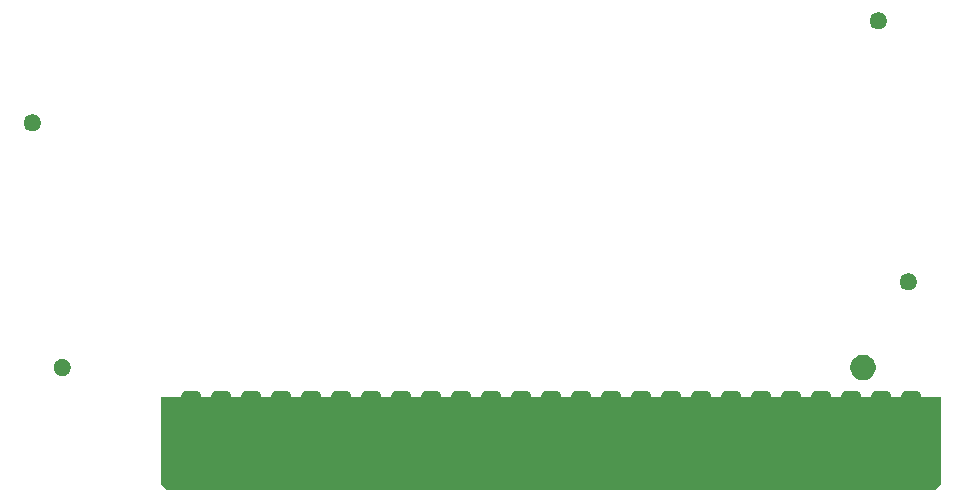
<source format=gbs>
G04 #@! TF.GenerationSoftware,KiCad,Pcbnew,(5.1.5-0-10_14)*
G04 #@! TF.CreationDate,2020-12-04T06:35:06-05:00*
G04 #@! TF.ProjectId,RAM128,52414d31-3238-42e6-9b69-6361645f7063,rev?*
G04 #@! TF.SameCoordinates,Original*
G04 #@! TF.FileFunction,Soldermask,Bot*
G04 #@! TF.FilePolarity,Negative*
%FSLAX46Y46*%
G04 Gerber Fmt 4.6, Leading zero omitted, Abs format (unit mm)*
G04 Created by KiCad (PCBNEW (5.1.5-0-10_14)) date 2020-12-04 06:35:06*
%MOMM*%
%LPD*%
G04 APERTURE LIST*
%ADD10C,0.100000*%
G04 APERTURE END LIST*
D10*
G36*
X139700000Y-139446000D02*
G01*
X139192000Y-139954000D01*
X74168000Y-139954000D01*
X73660000Y-139446000D01*
X73660000Y-132080000D01*
X139700000Y-132080000D01*
X139700000Y-139446000D01*
G37*
G36*
X137686355Y-131543544D02*
G01*
X137758967Y-131565570D01*
X137825881Y-131601336D01*
X137884531Y-131649469D01*
X137932664Y-131708119D01*
X137968430Y-131775033D01*
X137990456Y-131847645D01*
X137998200Y-131926267D01*
X137998200Y-138637733D01*
X137990456Y-138716355D01*
X137968430Y-138788967D01*
X137932664Y-138855881D01*
X137884531Y-138914531D01*
X137825881Y-138962664D01*
X137758967Y-138998430D01*
X137686355Y-139020456D01*
X137607733Y-139028200D01*
X136712267Y-139028200D01*
X136633645Y-139020456D01*
X136561033Y-138998430D01*
X136494119Y-138962664D01*
X136435469Y-138914531D01*
X136387336Y-138855881D01*
X136351570Y-138788967D01*
X136329544Y-138716355D01*
X136321800Y-138637733D01*
X136321800Y-131926267D01*
X136329544Y-131847645D01*
X136351570Y-131775033D01*
X136387336Y-131708119D01*
X136435469Y-131649469D01*
X136494119Y-131601336D01*
X136561033Y-131565570D01*
X136633645Y-131543544D01*
X136712267Y-131535800D01*
X137607733Y-131535800D01*
X137686355Y-131543544D01*
G37*
G36*
X135146355Y-131543544D02*
G01*
X135218967Y-131565570D01*
X135285881Y-131601336D01*
X135344531Y-131649469D01*
X135392664Y-131708119D01*
X135428430Y-131775033D01*
X135450456Y-131847645D01*
X135458200Y-131926267D01*
X135458200Y-138637733D01*
X135450456Y-138716355D01*
X135428430Y-138788967D01*
X135392664Y-138855881D01*
X135344531Y-138914531D01*
X135285881Y-138962664D01*
X135218967Y-138998430D01*
X135146355Y-139020456D01*
X135067733Y-139028200D01*
X134172267Y-139028200D01*
X134093645Y-139020456D01*
X134021033Y-138998430D01*
X133954119Y-138962664D01*
X133895469Y-138914531D01*
X133847336Y-138855881D01*
X133811570Y-138788967D01*
X133789544Y-138716355D01*
X133781800Y-138637733D01*
X133781800Y-131926267D01*
X133789544Y-131847645D01*
X133811570Y-131775033D01*
X133847336Y-131708119D01*
X133895469Y-131649469D01*
X133954119Y-131601336D01*
X134021033Y-131565570D01*
X134093645Y-131543544D01*
X134172267Y-131535800D01*
X135067733Y-131535800D01*
X135146355Y-131543544D01*
G37*
G36*
X132606355Y-131543544D02*
G01*
X132678967Y-131565570D01*
X132745881Y-131601336D01*
X132804531Y-131649469D01*
X132852664Y-131708119D01*
X132888430Y-131775033D01*
X132910456Y-131847645D01*
X132918200Y-131926267D01*
X132918200Y-138637733D01*
X132910456Y-138716355D01*
X132888430Y-138788967D01*
X132852664Y-138855881D01*
X132804531Y-138914531D01*
X132745881Y-138962664D01*
X132678967Y-138998430D01*
X132606355Y-139020456D01*
X132527733Y-139028200D01*
X131632267Y-139028200D01*
X131553645Y-139020456D01*
X131481033Y-138998430D01*
X131414119Y-138962664D01*
X131355469Y-138914531D01*
X131307336Y-138855881D01*
X131271570Y-138788967D01*
X131249544Y-138716355D01*
X131241800Y-138637733D01*
X131241800Y-131926267D01*
X131249544Y-131847645D01*
X131271570Y-131775033D01*
X131307336Y-131708119D01*
X131355469Y-131649469D01*
X131414119Y-131601336D01*
X131481033Y-131565570D01*
X131553645Y-131543544D01*
X131632267Y-131535800D01*
X132527733Y-131535800D01*
X132606355Y-131543544D01*
G37*
G36*
X130066355Y-131543544D02*
G01*
X130138967Y-131565570D01*
X130205881Y-131601336D01*
X130264531Y-131649469D01*
X130312664Y-131708119D01*
X130348430Y-131775033D01*
X130370456Y-131847645D01*
X130378200Y-131926267D01*
X130378200Y-138637733D01*
X130370456Y-138716355D01*
X130348430Y-138788967D01*
X130312664Y-138855881D01*
X130264531Y-138914531D01*
X130205881Y-138962664D01*
X130138967Y-138998430D01*
X130066355Y-139020456D01*
X129987733Y-139028200D01*
X129092267Y-139028200D01*
X129013645Y-139020456D01*
X128941033Y-138998430D01*
X128874119Y-138962664D01*
X128815469Y-138914531D01*
X128767336Y-138855881D01*
X128731570Y-138788967D01*
X128709544Y-138716355D01*
X128701800Y-138637733D01*
X128701800Y-131926267D01*
X128709544Y-131847645D01*
X128731570Y-131775033D01*
X128767336Y-131708119D01*
X128815469Y-131649469D01*
X128874119Y-131601336D01*
X128941033Y-131565570D01*
X129013645Y-131543544D01*
X129092267Y-131535800D01*
X129987733Y-131535800D01*
X130066355Y-131543544D01*
G37*
G36*
X127526355Y-131543544D02*
G01*
X127598967Y-131565570D01*
X127665881Y-131601336D01*
X127724531Y-131649469D01*
X127772664Y-131708119D01*
X127808430Y-131775033D01*
X127830456Y-131847645D01*
X127838200Y-131926267D01*
X127838200Y-138637733D01*
X127830456Y-138716355D01*
X127808430Y-138788967D01*
X127772664Y-138855881D01*
X127724531Y-138914531D01*
X127665881Y-138962664D01*
X127598967Y-138998430D01*
X127526355Y-139020456D01*
X127447733Y-139028200D01*
X126552267Y-139028200D01*
X126473645Y-139020456D01*
X126401033Y-138998430D01*
X126334119Y-138962664D01*
X126275469Y-138914531D01*
X126227336Y-138855881D01*
X126191570Y-138788967D01*
X126169544Y-138716355D01*
X126161800Y-138637733D01*
X126161800Y-131926267D01*
X126169544Y-131847645D01*
X126191570Y-131775033D01*
X126227336Y-131708119D01*
X126275469Y-131649469D01*
X126334119Y-131601336D01*
X126401033Y-131565570D01*
X126473645Y-131543544D01*
X126552267Y-131535800D01*
X127447733Y-131535800D01*
X127526355Y-131543544D01*
G37*
G36*
X124986355Y-131543544D02*
G01*
X125058967Y-131565570D01*
X125125881Y-131601336D01*
X125184531Y-131649469D01*
X125232664Y-131708119D01*
X125268430Y-131775033D01*
X125290456Y-131847645D01*
X125298200Y-131926267D01*
X125298200Y-138637733D01*
X125290456Y-138716355D01*
X125268430Y-138788967D01*
X125232664Y-138855881D01*
X125184531Y-138914531D01*
X125125881Y-138962664D01*
X125058967Y-138998430D01*
X124986355Y-139020456D01*
X124907733Y-139028200D01*
X124012267Y-139028200D01*
X123933645Y-139020456D01*
X123861033Y-138998430D01*
X123794119Y-138962664D01*
X123735469Y-138914531D01*
X123687336Y-138855881D01*
X123651570Y-138788967D01*
X123629544Y-138716355D01*
X123621800Y-138637733D01*
X123621800Y-131926267D01*
X123629544Y-131847645D01*
X123651570Y-131775033D01*
X123687336Y-131708119D01*
X123735469Y-131649469D01*
X123794119Y-131601336D01*
X123861033Y-131565570D01*
X123933645Y-131543544D01*
X124012267Y-131535800D01*
X124907733Y-131535800D01*
X124986355Y-131543544D01*
G37*
G36*
X122446355Y-131543544D02*
G01*
X122518967Y-131565570D01*
X122585881Y-131601336D01*
X122644531Y-131649469D01*
X122692664Y-131708119D01*
X122728430Y-131775033D01*
X122750456Y-131847645D01*
X122758200Y-131926267D01*
X122758200Y-138637733D01*
X122750456Y-138716355D01*
X122728430Y-138788967D01*
X122692664Y-138855881D01*
X122644531Y-138914531D01*
X122585881Y-138962664D01*
X122518967Y-138998430D01*
X122446355Y-139020456D01*
X122367733Y-139028200D01*
X121472267Y-139028200D01*
X121393645Y-139020456D01*
X121321033Y-138998430D01*
X121254119Y-138962664D01*
X121195469Y-138914531D01*
X121147336Y-138855881D01*
X121111570Y-138788967D01*
X121089544Y-138716355D01*
X121081800Y-138637733D01*
X121081800Y-131926267D01*
X121089544Y-131847645D01*
X121111570Y-131775033D01*
X121147336Y-131708119D01*
X121195469Y-131649469D01*
X121254119Y-131601336D01*
X121321033Y-131565570D01*
X121393645Y-131543544D01*
X121472267Y-131535800D01*
X122367733Y-131535800D01*
X122446355Y-131543544D01*
G37*
G36*
X119906355Y-131543544D02*
G01*
X119978967Y-131565570D01*
X120045881Y-131601336D01*
X120104531Y-131649469D01*
X120152664Y-131708119D01*
X120188430Y-131775033D01*
X120210456Y-131847645D01*
X120218200Y-131926267D01*
X120218200Y-138637733D01*
X120210456Y-138716355D01*
X120188430Y-138788967D01*
X120152664Y-138855881D01*
X120104531Y-138914531D01*
X120045881Y-138962664D01*
X119978967Y-138998430D01*
X119906355Y-139020456D01*
X119827733Y-139028200D01*
X118932267Y-139028200D01*
X118853645Y-139020456D01*
X118781033Y-138998430D01*
X118714119Y-138962664D01*
X118655469Y-138914531D01*
X118607336Y-138855881D01*
X118571570Y-138788967D01*
X118549544Y-138716355D01*
X118541800Y-138637733D01*
X118541800Y-131926267D01*
X118549544Y-131847645D01*
X118571570Y-131775033D01*
X118607336Y-131708119D01*
X118655469Y-131649469D01*
X118714119Y-131601336D01*
X118781033Y-131565570D01*
X118853645Y-131543544D01*
X118932267Y-131535800D01*
X119827733Y-131535800D01*
X119906355Y-131543544D01*
G37*
G36*
X117366355Y-131543544D02*
G01*
X117438967Y-131565570D01*
X117505881Y-131601336D01*
X117564531Y-131649469D01*
X117612664Y-131708119D01*
X117648430Y-131775033D01*
X117670456Y-131847645D01*
X117678200Y-131926267D01*
X117678200Y-138637733D01*
X117670456Y-138716355D01*
X117648430Y-138788967D01*
X117612664Y-138855881D01*
X117564531Y-138914531D01*
X117505881Y-138962664D01*
X117438967Y-138998430D01*
X117366355Y-139020456D01*
X117287733Y-139028200D01*
X116392267Y-139028200D01*
X116313645Y-139020456D01*
X116241033Y-138998430D01*
X116174119Y-138962664D01*
X116115469Y-138914531D01*
X116067336Y-138855881D01*
X116031570Y-138788967D01*
X116009544Y-138716355D01*
X116001800Y-138637733D01*
X116001800Y-131926267D01*
X116009544Y-131847645D01*
X116031570Y-131775033D01*
X116067336Y-131708119D01*
X116115469Y-131649469D01*
X116174119Y-131601336D01*
X116241033Y-131565570D01*
X116313645Y-131543544D01*
X116392267Y-131535800D01*
X117287733Y-131535800D01*
X117366355Y-131543544D01*
G37*
G36*
X114826355Y-131543544D02*
G01*
X114898967Y-131565570D01*
X114965881Y-131601336D01*
X115024531Y-131649469D01*
X115072664Y-131708119D01*
X115108430Y-131775033D01*
X115130456Y-131847645D01*
X115138200Y-131926267D01*
X115138200Y-138637733D01*
X115130456Y-138716355D01*
X115108430Y-138788967D01*
X115072664Y-138855881D01*
X115024531Y-138914531D01*
X114965881Y-138962664D01*
X114898967Y-138998430D01*
X114826355Y-139020456D01*
X114747733Y-139028200D01*
X113852267Y-139028200D01*
X113773645Y-139020456D01*
X113701033Y-138998430D01*
X113634119Y-138962664D01*
X113575469Y-138914531D01*
X113527336Y-138855881D01*
X113491570Y-138788967D01*
X113469544Y-138716355D01*
X113461800Y-138637733D01*
X113461800Y-131926267D01*
X113469544Y-131847645D01*
X113491570Y-131775033D01*
X113527336Y-131708119D01*
X113575469Y-131649469D01*
X113634119Y-131601336D01*
X113701033Y-131565570D01*
X113773645Y-131543544D01*
X113852267Y-131535800D01*
X114747733Y-131535800D01*
X114826355Y-131543544D01*
G37*
G36*
X112286355Y-131543544D02*
G01*
X112358967Y-131565570D01*
X112425881Y-131601336D01*
X112484531Y-131649469D01*
X112532664Y-131708119D01*
X112568430Y-131775033D01*
X112590456Y-131847645D01*
X112598200Y-131926267D01*
X112598200Y-138637733D01*
X112590456Y-138716355D01*
X112568430Y-138788967D01*
X112532664Y-138855881D01*
X112484531Y-138914531D01*
X112425881Y-138962664D01*
X112358967Y-138998430D01*
X112286355Y-139020456D01*
X112207733Y-139028200D01*
X111312267Y-139028200D01*
X111233645Y-139020456D01*
X111161033Y-138998430D01*
X111094119Y-138962664D01*
X111035469Y-138914531D01*
X110987336Y-138855881D01*
X110951570Y-138788967D01*
X110929544Y-138716355D01*
X110921800Y-138637733D01*
X110921800Y-131926267D01*
X110929544Y-131847645D01*
X110951570Y-131775033D01*
X110987336Y-131708119D01*
X111035469Y-131649469D01*
X111094119Y-131601336D01*
X111161033Y-131565570D01*
X111233645Y-131543544D01*
X111312267Y-131535800D01*
X112207733Y-131535800D01*
X112286355Y-131543544D01*
G37*
G36*
X109746355Y-131543544D02*
G01*
X109818967Y-131565570D01*
X109885881Y-131601336D01*
X109944531Y-131649469D01*
X109992664Y-131708119D01*
X110028430Y-131775033D01*
X110050456Y-131847645D01*
X110058200Y-131926267D01*
X110058200Y-138637733D01*
X110050456Y-138716355D01*
X110028430Y-138788967D01*
X109992664Y-138855881D01*
X109944531Y-138914531D01*
X109885881Y-138962664D01*
X109818967Y-138998430D01*
X109746355Y-139020456D01*
X109667733Y-139028200D01*
X108772267Y-139028200D01*
X108693645Y-139020456D01*
X108621033Y-138998430D01*
X108554119Y-138962664D01*
X108495469Y-138914531D01*
X108447336Y-138855881D01*
X108411570Y-138788967D01*
X108389544Y-138716355D01*
X108381800Y-138637733D01*
X108381800Y-131926267D01*
X108389544Y-131847645D01*
X108411570Y-131775033D01*
X108447336Y-131708119D01*
X108495469Y-131649469D01*
X108554119Y-131601336D01*
X108621033Y-131565570D01*
X108693645Y-131543544D01*
X108772267Y-131535800D01*
X109667733Y-131535800D01*
X109746355Y-131543544D01*
G37*
G36*
X107206355Y-131543544D02*
G01*
X107278967Y-131565570D01*
X107345881Y-131601336D01*
X107404531Y-131649469D01*
X107452664Y-131708119D01*
X107488430Y-131775033D01*
X107510456Y-131847645D01*
X107518200Y-131926267D01*
X107518200Y-138637733D01*
X107510456Y-138716355D01*
X107488430Y-138788967D01*
X107452664Y-138855881D01*
X107404531Y-138914531D01*
X107345881Y-138962664D01*
X107278967Y-138998430D01*
X107206355Y-139020456D01*
X107127733Y-139028200D01*
X106232267Y-139028200D01*
X106153645Y-139020456D01*
X106081033Y-138998430D01*
X106014119Y-138962664D01*
X105955469Y-138914531D01*
X105907336Y-138855881D01*
X105871570Y-138788967D01*
X105849544Y-138716355D01*
X105841800Y-138637733D01*
X105841800Y-131926267D01*
X105849544Y-131847645D01*
X105871570Y-131775033D01*
X105907336Y-131708119D01*
X105955469Y-131649469D01*
X106014119Y-131601336D01*
X106081033Y-131565570D01*
X106153645Y-131543544D01*
X106232267Y-131535800D01*
X107127733Y-131535800D01*
X107206355Y-131543544D01*
G37*
G36*
X104666355Y-131543544D02*
G01*
X104738967Y-131565570D01*
X104805881Y-131601336D01*
X104864531Y-131649469D01*
X104912664Y-131708119D01*
X104948430Y-131775033D01*
X104970456Y-131847645D01*
X104978200Y-131926267D01*
X104978200Y-138637733D01*
X104970456Y-138716355D01*
X104948430Y-138788967D01*
X104912664Y-138855881D01*
X104864531Y-138914531D01*
X104805881Y-138962664D01*
X104738967Y-138998430D01*
X104666355Y-139020456D01*
X104587733Y-139028200D01*
X103692267Y-139028200D01*
X103613645Y-139020456D01*
X103541033Y-138998430D01*
X103474119Y-138962664D01*
X103415469Y-138914531D01*
X103367336Y-138855881D01*
X103331570Y-138788967D01*
X103309544Y-138716355D01*
X103301800Y-138637733D01*
X103301800Y-131926267D01*
X103309544Y-131847645D01*
X103331570Y-131775033D01*
X103367336Y-131708119D01*
X103415469Y-131649469D01*
X103474119Y-131601336D01*
X103541033Y-131565570D01*
X103613645Y-131543544D01*
X103692267Y-131535800D01*
X104587733Y-131535800D01*
X104666355Y-131543544D01*
G37*
G36*
X102126355Y-131543544D02*
G01*
X102198967Y-131565570D01*
X102265881Y-131601336D01*
X102324531Y-131649469D01*
X102372664Y-131708119D01*
X102408430Y-131775033D01*
X102430456Y-131847645D01*
X102438200Y-131926267D01*
X102438200Y-138637733D01*
X102430456Y-138716355D01*
X102408430Y-138788967D01*
X102372664Y-138855881D01*
X102324531Y-138914531D01*
X102265881Y-138962664D01*
X102198967Y-138998430D01*
X102126355Y-139020456D01*
X102047733Y-139028200D01*
X101152267Y-139028200D01*
X101073645Y-139020456D01*
X101001033Y-138998430D01*
X100934119Y-138962664D01*
X100875469Y-138914531D01*
X100827336Y-138855881D01*
X100791570Y-138788967D01*
X100769544Y-138716355D01*
X100761800Y-138637733D01*
X100761800Y-131926267D01*
X100769544Y-131847645D01*
X100791570Y-131775033D01*
X100827336Y-131708119D01*
X100875469Y-131649469D01*
X100934119Y-131601336D01*
X101001033Y-131565570D01*
X101073645Y-131543544D01*
X101152267Y-131535800D01*
X102047733Y-131535800D01*
X102126355Y-131543544D01*
G37*
G36*
X99586355Y-131543544D02*
G01*
X99658967Y-131565570D01*
X99725881Y-131601336D01*
X99784531Y-131649469D01*
X99832664Y-131708119D01*
X99868430Y-131775033D01*
X99890456Y-131847645D01*
X99898200Y-131926267D01*
X99898200Y-138637733D01*
X99890456Y-138716355D01*
X99868430Y-138788967D01*
X99832664Y-138855881D01*
X99784531Y-138914531D01*
X99725881Y-138962664D01*
X99658967Y-138998430D01*
X99586355Y-139020456D01*
X99507733Y-139028200D01*
X98612267Y-139028200D01*
X98533645Y-139020456D01*
X98461033Y-138998430D01*
X98394119Y-138962664D01*
X98335469Y-138914531D01*
X98287336Y-138855881D01*
X98251570Y-138788967D01*
X98229544Y-138716355D01*
X98221800Y-138637733D01*
X98221800Y-131926267D01*
X98229544Y-131847645D01*
X98251570Y-131775033D01*
X98287336Y-131708119D01*
X98335469Y-131649469D01*
X98394119Y-131601336D01*
X98461033Y-131565570D01*
X98533645Y-131543544D01*
X98612267Y-131535800D01*
X99507733Y-131535800D01*
X99586355Y-131543544D01*
G37*
G36*
X97046355Y-131543544D02*
G01*
X97118967Y-131565570D01*
X97185881Y-131601336D01*
X97244531Y-131649469D01*
X97292664Y-131708119D01*
X97328430Y-131775033D01*
X97350456Y-131847645D01*
X97358200Y-131926267D01*
X97358200Y-138637733D01*
X97350456Y-138716355D01*
X97328430Y-138788967D01*
X97292664Y-138855881D01*
X97244531Y-138914531D01*
X97185881Y-138962664D01*
X97118967Y-138998430D01*
X97046355Y-139020456D01*
X96967733Y-139028200D01*
X96072267Y-139028200D01*
X95993645Y-139020456D01*
X95921033Y-138998430D01*
X95854119Y-138962664D01*
X95795469Y-138914531D01*
X95747336Y-138855881D01*
X95711570Y-138788967D01*
X95689544Y-138716355D01*
X95681800Y-138637733D01*
X95681800Y-131926267D01*
X95689544Y-131847645D01*
X95711570Y-131775033D01*
X95747336Y-131708119D01*
X95795469Y-131649469D01*
X95854119Y-131601336D01*
X95921033Y-131565570D01*
X95993645Y-131543544D01*
X96072267Y-131535800D01*
X96967733Y-131535800D01*
X97046355Y-131543544D01*
G37*
G36*
X94506355Y-131543544D02*
G01*
X94578967Y-131565570D01*
X94645881Y-131601336D01*
X94704531Y-131649469D01*
X94752664Y-131708119D01*
X94788430Y-131775033D01*
X94810456Y-131847645D01*
X94818200Y-131926267D01*
X94818200Y-138637733D01*
X94810456Y-138716355D01*
X94788430Y-138788967D01*
X94752664Y-138855881D01*
X94704531Y-138914531D01*
X94645881Y-138962664D01*
X94578967Y-138998430D01*
X94506355Y-139020456D01*
X94427733Y-139028200D01*
X93532267Y-139028200D01*
X93453645Y-139020456D01*
X93381033Y-138998430D01*
X93314119Y-138962664D01*
X93255469Y-138914531D01*
X93207336Y-138855881D01*
X93171570Y-138788967D01*
X93149544Y-138716355D01*
X93141800Y-138637733D01*
X93141800Y-131926267D01*
X93149544Y-131847645D01*
X93171570Y-131775033D01*
X93207336Y-131708119D01*
X93255469Y-131649469D01*
X93314119Y-131601336D01*
X93381033Y-131565570D01*
X93453645Y-131543544D01*
X93532267Y-131535800D01*
X94427733Y-131535800D01*
X94506355Y-131543544D01*
G37*
G36*
X91966355Y-131543544D02*
G01*
X92038967Y-131565570D01*
X92105881Y-131601336D01*
X92164531Y-131649469D01*
X92212664Y-131708119D01*
X92248430Y-131775033D01*
X92270456Y-131847645D01*
X92278200Y-131926267D01*
X92278200Y-138637733D01*
X92270456Y-138716355D01*
X92248430Y-138788967D01*
X92212664Y-138855881D01*
X92164531Y-138914531D01*
X92105881Y-138962664D01*
X92038967Y-138998430D01*
X91966355Y-139020456D01*
X91887733Y-139028200D01*
X90992267Y-139028200D01*
X90913645Y-139020456D01*
X90841033Y-138998430D01*
X90774119Y-138962664D01*
X90715469Y-138914531D01*
X90667336Y-138855881D01*
X90631570Y-138788967D01*
X90609544Y-138716355D01*
X90601800Y-138637733D01*
X90601800Y-131926267D01*
X90609544Y-131847645D01*
X90631570Y-131775033D01*
X90667336Y-131708119D01*
X90715469Y-131649469D01*
X90774119Y-131601336D01*
X90841033Y-131565570D01*
X90913645Y-131543544D01*
X90992267Y-131535800D01*
X91887733Y-131535800D01*
X91966355Y-131543544D01*
G37*
G36*
X89426355Y-131543544D02*
G01*
X89498967Y-131565570D01*
X89565881Y-131601336D01*
X89624531Y-131649469D01*
X89672664Y-131708119D01*
X89708430Y-131775033D01*
X89730456Y-131847645D01*
X89738200Y-131926267D01*
X89738200Y-138637733D01*
X89730456Y-138716355D01*
X89708430Y-138788967D01*
X89672664Y-138855881D01*
X89624531Y-138914531D01*
X89565881Y-138962664D01*
X89498967Y-138998430D01*
X89426355Y-139020456D01*
X89347733Y-139028200D01*
X88452267Y-139028200D01*
X88373645Y-139020456D01*
X88301033Y-138998430D01*
X88234119Y-138962664D01*
X88175469Y-138914531D01*
X88127336Y-138855881D01*
X88091570Y-138788967D01*
X88069544Y-138716355D01*
X88061800Y-138637733D01*
X88061800Y-131926267D01*
X88069544Y-131847645D01*
X88091570Y-131775033D01*
X88127336Y-131708119D01*
X88175469Y-131649469D01*
X88234119Y-131601336D01*
X88301033Y-131565570D01*
X88373645Y-131543544D01*
X88452267Y-131535800D01*
X89347733Y-131535800D01*
X89426355Y-131543544D01*
G37*
G36*
X86886355Y-131543544D02*
G01*
X86958967Y-131565570D01*
X87025881Y-131601336D01*
X87084531Y-131649469D01*
X87132664Y-131708119D01*
X87168430Y-131775033D01*
X87190456Y-131847645D01*
X87198200Y-131926267D01*
X87198200Y-138637733D01*
X87190456Y-138716355D01*
X87168430Y-138788967D01*
X87132664Y-138855881D01*
X87084531Y-138914531D01*
X87025881Y-138962664D01*
X86958967Y-138998430D01*
X86886355Y-139020456D01*
X86807733Y-139028200D01*
X85912267Y-139028200D01*
X85833645Y-139020456D01*
X85761033Y-138998430D01*
X85694119Y-138962664D01*
X85635469Y-138914531D01*
X85587336Y-138855881D01*
X85551570Y-138788967D01*
X85529544Y-138716355D01*
X85521800Y-138637733D01*
X85521800Y-131926267D01*
X85529544Y-131847645D01*
X85551570Y-131775033D01*
X85587336Y-131708119D01*
X85635469Y-131649469D01*
X85694119Y-131601336D01*
X85761033Y-131565570D01*
X85833645Y-131543544D01*
X85912267Y-131535800D01*
X86807733Y-131535800D01*
X86886355Y-131543544D01*
G37*
G36*
X84346355Y-131543544D02*
G01*
X84418967Y-131565570D01*
X84485881Y-131601336D01*
X84544531Y-131649469D01*
X84592664Y-131708119D01*
X84628430Y-131775033D01*
X84650456Y-131847645D01*
X84658200Y-131926267D01*
X84658200Y-138637733D01*
X84650456Y-138716355D01*
X84628430Y-138788967D01*
X84592664Y-138855881D01*
X84544531Y-138914531D01*
X84485881Y-138962664D01*
X84418967Y-138998430D01*
X84346355Y-139020456D01*
X84267733Y-139028200D01*
X83372267Y-139028200D01*
X83293645Y-139020456D01*
X83221033Y-138998430D01*
X83154119Y-138962664D01*
X83095469Y-138914531D01*
X83047336Y-138855881D01*
X83011570Y-138788967D01*
X82989544Y-138716355D01*
X82981800Y-138637733D01*
X82981800Y-131926267D01*
X82989544Y-131847645D01*
X83011570Y-131775033D01*
X83047336Y-131708119D01*
X83095469Y-131649469D01*
X83154119Y-131601336D01*
X83221033Y-131565570D01*
X83293645Y-131543544D01*
X83372267Y-131535800D01*
X84267733Y-131535800D01*
X84346355Y-131543544D01*
G37*
G36*
X81806355Y-131543544D02*
G01*
X81878967Y-131565570D01*
X81945881Y-131601336D01*
X82004531Y-131649469D01*
X82052664Y-131708119D01*
X82088430Y-131775033D01*
X82110456Y-131847645D01*
X82118200Y-131926267D01*
X82118200Y-138637733D01*
X82110456Y-138716355D01*
X82088430Y-138788967D01*
X82052664Y-138855881D01*
X82004531Y-138914531D01*
X81945881Y-138962664D01*
X81878967Y-138998430D01*
X81806355Y-139020456D01*
X81727733Y-139028200D01*
X80832267Y-139028200D01*
X80753645Y-139020456D01*
X80681033Y-138998430D01*
X80614119Y-138962664D01*
X80555469Y-138914531D01*
X80507336Y-138855881D01*
X80471570Y-138788967D01*
X80449544Y-138716355D01*
X80441800Y-138637733D01*
X80441800Y-131926267D01*
X80449544Y-131847645D01*
X80471570Y-131775033D01*
X80507336Y-131708119D01*
X80555469Y-131649469D01*
X80614119Y-131601336D01*
X80681033Y-131565570D01*
X80753645Y-131543544D01*
X80832267Y-131535800D01*
X81727733Y-131535800D01*
X81806355Y-131543544D01*
G37*
G36*
X79266355Y-131543544D02*
G01*
X79338967Y-131565570D01*
X79405881Y-131601336D01*
X79464531Y-131649469D01*
X79512664Y-131708119D01*
X79548430Y-131775033D01*
X79570456Y-131847645D01*
X79578200Y-131926267D01*
X79578200Y-138637733D01*
X79570456Y-138716355D01*
X79548430Y-138788967D01*
X79512664Y-138855881D01*
X79464531Y-138914531D01*
X79405881Y-138962664D01*
X79338967Y-138998430D01*
X79266355Y-139020456D01*
X79187733Y-139028200D01*
X78292267Y-139028200D01*
X78213645Y-139020456D01*
X78141033Y-138998430D01*
X78074119Y-138962664D01*
X78015469Y-138914531D01*
X77967336Y-138855881D01*
X77931570Y-138788967D01*
X77909544Y-138716355D01*
X77901800Y-138637733D01*
X77901800Y-131926267D01*
X77909544Y-131847645D01*
X77931570Y-131775033D01*
X77967336Y-131708119D01*
X78015469Y-131649469D01*
X78074119Y-131601336D01*
X78141033Y-131565570D01*
X78213645Y-131543544D01*
X78292267Y-131535800D01*
X79187733Y-131535800D01*
X79266355Y-131543544D01*
G37*
G36*
X76726355Y-131543544D02*
G01*
X76798967Y-131565570D01*
X76865881Y-131601336D01*
X76924531Y-131649469D01*
X76972664Y-131708119D01*
X77008430Y-131775033D01*
X77030456Y-131847645D01*
X77038200Y-131926267D01*
X77038200Y-138637733D01*
X77030456Y-138716355D01*
X77008430Y-138788967D01*
X76972664Y-138855881D01*
X76924531Y-138914531D01*
X76865881Y-138962664D01*
X76798967Y-138998430D01*
X76726355Y-139020456D01*
X76647733Y-139028200D01*
X75752267Y-139028200D01*
X75673645Y-139020456D01*
X75601033Y-138998430D01*
X75534119Y-138962664D01*
X75475469Y-138914531D01*
X75427336Y-138855881D01*
X75391570Y-138788967D01*
X75369544Y-138716355D01*
X75361800Y-138637733D01*
X75361800Y-131926267D01*
X75369544Y-131847645D01*
X75391570Y-131775033D01*
X75427336Y-131708119D01*
X75475469Y-131649469D01*
X75534119Y-131601336D01*
X75601033Y-131565570D01*
X75673645Y-131543544D01*
X75752267Y-131535800D01*
X76647733Y-131535800D01*
X76726355Y-131543544D01*
G37*
G36*
X133409914Y-128505157D02*
G01*
X133605777Y-128586286D01*
X133782033Y-128704057D01*
X133931943Y-128853967D01*
X134049714Y-129030223D01*
X134130843Y-129226086D01*
X134172200Y-129434004D01*
X134172200Y-129645996D01*
X134130843Y-129853914D01*
X134049714Y-130049777D01*
X133931943Y-130226033D01*
X133782033Y-130375943D01*
X133605777Y-130493714D01*
X133409914Y-130574843D01*
X133201996Y-130616200D01*
X132990004Y-130616200D01*
X132782086Y-130574843D01*
X132586223Y-130493714D01*
X132409967Y-130375943D01*
X132260057Y-130226033D01*
X132142286Y-130049777D01*
X132061157Y-129853914D01*
X132019800Y-129645996D01*
X132019800Y-129434004D01*
X132061157Y-129226086D01*
X132142286Y-129030223D01*
X132260057Y-128853967D01*
X132409967Y-128704057D01*
X132586223Y-128586286D01*
X132782086Y-128505157D01*
X132990004Y-128463800D01*
X133201996Y-128463800D01*
X133409914Y-128505157D01*
G37*
G36*
X65395933Y-128825274D02*
G01*
X65489185Y-128843823D01*
X65620939Y-128898398D01*
X65620940Y-128898399D01*
X65620943Y-128898400D01*
X65739523Y-128977633D01*
X65840367Y-129078477D01*
X65919600Y-129197057D01*
X65919601Y-129197060D01*
X65919602Y-129197061D01*
X65974177Y-129328815D01*
X66002000Y-129468693D01*
X66002000Y-129611307D01*
X65974177Y-129751185D01*
X65919602Y-129882939D01*
X65919600Y-129882943D01*
X65840367Y-130001523D01*
X65739523Y-130102367D01*
X65620943Y-130181600D01*
X65620940Y-130181601D01*
X65620939Y-130181602D01*
X65489185Y-130236177D01*
X65395933Y-130254726D01*
X65349308Y-130264000D01*
X65206692Y-130264000D01*
X65160067Y-130254726D01*
X65066815Y-130236177D01*
X64935061Y-130181602D01*
X64935060Y-130181601D01*
X64935057Y-130181600D01*
X64816477Y-130102367D01*
X64715633Y-130001523D01*
X64636400Y-129882943D01*
X64636398Y-129882939D01*
X64581823Y-129751185D01*
X64554000Y-129611307D01*
X64554000Y-129468693D01*
X64581823Y-129328815D01*
X64636398Y-129197061D01*
X64636399Y-129197060D01*
X64636400Y-129197057D01*
X64715633Y-129078477D01*
X64816477Y-128977633D01*
X64935057Y-128898400D01*
X64935060Y-128898399D01*
X64935061Y-128898398D01*
X65066815Y-128843823D01*
X65160067Y-128825274D01*
X65206692Y-128816000D01*
X65349308Y-128816000D01*
X65395933Y-128825274D01*
G37*
G36*
X137023933Y-121586274D02*
G01*
X137117185Y-121604823D01*
X137248939Y-121659398D01*
X137248940Y-121659399D01*
X137248943Y-121659400D01*
X137367523Y-121738633D01*
X137468367Y-121839477D01*
X137547600Y-121958057D01*
X137547601Y-121958060D01*
X137547602Y-121958061D01*
X137602177Y-122089815D01*
X137630000Y-122229693D01*
X137630000Y-122372307D01*
X137602177Y-122512185D01*
X137547602Y-122643939D01*
X137547600Y-122643943D01*
X137468367Y-122762523D01*
X137367523Y-122863367D01*
X137248943Y-122942600D01*
X137248940Y-122942601D01*
X137248939Y-122942602D01*
X137117185Y-122997177D01*
X137023933Y-123015726D01*
X136977308Y-123025000D01*
X136834692Y-123025000D01*
X136788067Y-123015726D01*
X136694815Y-122997177D01*
X136563061Y-122942602D01*
X136563060Y-122942601D01*
X136563057Y-122942600D01*
X136444477Y-122863367D01*
X136343633Y-122762523D01*
X136264400Y-122643943D01*
X136264398Y-122643939D01*
X136209823Y-122512185D01*
X136182000Y-122372307D01*
X136182000Y-122229693D01*
X136209823Y-122089815D01*
X136264398Y-121958061D01*
X136264399Y-121958060D01*
X136264400Y-121958057D01*
X136343633Y-121839477D01*
X136444477Y-121738633D01*
X136563057Y-121659400D01*
X136563060Y-121659399D01*
X136563061Y-121659398D01*
X136694815Y-121604823D01*
X136788067Y-121586274D01*
X136834692Y-121577000D01*
X136977308Y-121577000D01*
X137023933Y-121586274D01*
G37*
G36*
X62855933Y-108124274D02*
G01*
X62949185Y-108142823D01*
X63080939Y-108197398D01*
X63080940Y-108197399D01*
X63080943Y-108197400D01*
X63199523Y-108276633D01*
X63300367Y-108377477D01*
X63379600Y-108496057D01*
X63379601Y-108496060D01*
X63379602Y-108496061D01*
X63434177Y-108627815D01*
X63462000Y-108767693D01*
X63462000Y-108910307D01*
X63434177Y-109050185D01*
X63379602Y-109181939D01*
X63379600Y-109181943D01*
X63300367Y-109300523D01*
X63199523Y-109401367D01*
X63080943Y-109480600D01*
X63080940Y-109480601D01*
X63080939Y-109480602D01*
X62949185Y-109535177D01*
X62855933Y-109553726D01*
X62809308Y-109563000D01*
X62666692Y-109563000D01*
X62620067Y-109553726D01*
X62526815Y-109535177D01*
X62395061Y-109480602D01*
X62395060Y-109480601D01*
X62395057Y-109480600D01*
X62276477Y-109401367D01*
X62175633Y-109300523D01*
X62096400Y-109181943D01*
X62096398Y-109181939D01*
X62041823Y-109050185D01*
X62014000Y-108910307D01*
X62014000Y-108767693D01*
X62041823Y-108627815D01*
X62096398Y-108496061D01*
X62096399Y-108496060D01*
X62096400Y-108496057D01*
X62175633Y-108377477D01*
X62276477Y-108276633D01*
X62395057Y-108197400D01*
X62395060Y-108197399D01*
X62395061Y-108197398D01*
X62526815Y-108142823D01*
X62620067Y-108124274D01*
X62666692Y-108115000D01*
X62809308Y-108115000D01*
X62855933Y-108124274D01*
G37*
G36*
X134483933Y-99488274D02*
G01*
X134577185Y-99506823D01*
X134708939Y-99561398D01*
X134708940Y-99561399D01*
X134708943Y-99561400D01*
X134827523Y-99640633D01*
X134928367Y-99741477D01*
X135007600Y-99860057D01*
X135007601Y-99860060D01*
X135007602Y-99860061D01*
X135062177Y-99991815D01*
X135090000Y-100131693D01*
X135090000Y-100274307D01*
X135062177Y-100414185D01*
X135007602Y-100545939D01*
X135007600Y-100545943D01*
X134928367Y-100664523D01*
X134827523Y-100765367D01*
X134708943Y-100844600D01*
X134708940Y-100844601D01*
X134708939Y-100844602D01*
X134577185Y-100899177D01*
X134483933Y-100917726D01*
X134437308Y-100927000D01*
X134294692Y-100927000D01*
X134248067Y-100917726D01*
X134154815Y-100899177D01*
X134023061Y-100844602D01*
X134023060Y-100844601D01*
X134023057Y-100844600D01*
X133904477Y-100765367D01*
X133803633Y-100664523D01*
X133724400Y-100545943D01*
X133724398Y-100545939D01*
X133669823Y-100414185D01*
X133642000Y-100274307D01*
X133642000Y-100131693D01*
X133669823Y-99991815D01*
X133724398Y-99860061D01*
X133724399Y-99860060D01*
X133724400Y-99860057D01*
X133803633Y-99741477D01*
X133904477Y-99640633D01*
X134023057Y-99561400D01*
X134023060Y-99561399D01*
X134023061Y-99561398D01*
X134154815Y-99506823D01*
X134248067Y-99488274D01*
X134294692Y-99479000D01*
X134437308Y-99479000D01*
X134483933Y-99488274D01*
G37*
M02*

</source>
